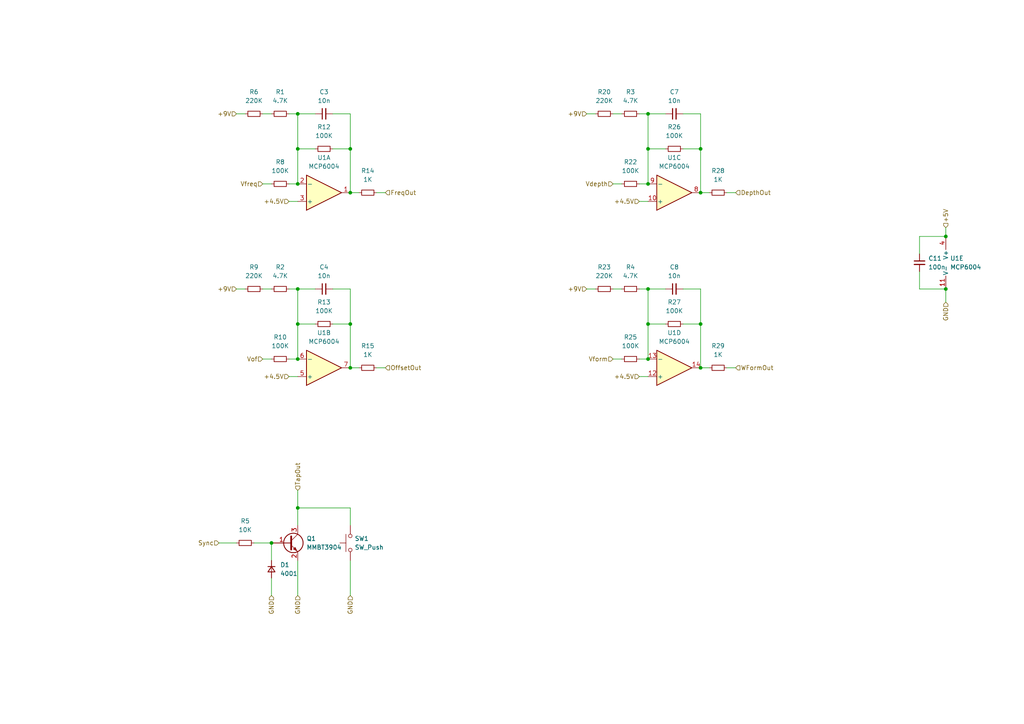
<source format=kicad_sch>
(kicad_sch (version 20211123) (generator eeschema)
  (paper "A4")
  (lib_symbols
    (symbol "Amplifier_Operational:MCP6004" (pin_names (offset 0.127))
      (property "Reference" "U" (at 0 5.08 0))
      (property "Value" "MCP6004" (at 0 -5.08 0))
      (symbol "MCP6004_1_1"
        (polyline (pts (xy -5.08 5.08) (xy 5.08 0) (xy -5.08 -5.08) (xy -5.08 5.08)) (stroke (width 0.254)) (fill (type background)))
        (pin output line (at 7.62 0 180) (length 2.54) (name "~") (number "1"))
        (pin input line (at -7.62 -2.54 0) (length 2.54) (name "-") (number "2"))
        (pin input line (at -7.62 2.54 0) (length 2.54) (name "+") (number "3"))
      )
      (symbol "MCP6004_2_1"
        (polyline (pts (xy -5.08 5.08) (xy 5.08 0) (xy -5.08 -5.08) (xy -5.08 5.08)) (stroke (width 0.254)) (fill (type background)))
        (pin input line (at -7.62 2.54 0) (length 2.54) (name "+") (number "5"))
        (pin input line (at -7.62 -2.54 0) (length 2.54) (name "-") (number "6"))
        (pin output line (at 7.62 0 180) (length 2.54) (name "~") (number "7"))
      )
      (symbol "MCP6004_3_1"
        (polyline (pts (xy -5.08 5.08) (xy 5.08 0) (xy -5.08 -5.08) (xy -5.08 5.08)) (stroke (width 0.254)) (fill (type background)))
        (pin input line (at -7.62 2.54 0) (length 2.54) (name "+") (number "10"))
        (pin output line (at 7.62 0 180) (length 2.54) (name "~") (number "8"))
        (pin input line (at -7.62 -2.54 0) (length 2.54) (name "-") (number "9"))
      )
      (symbol "MCP6004_4_1"
        (polyline (pts (xy -5.08 5.08) (xy 5.08 0) (xy -5.08 -5.08) (xy -5.08 5.08)) (stroke (width 0.254)) (fill (type background)))
        (pin input line (at -7.62 2.54 0) (length 2.54) (name "+") (number "12"))
        (pin input line (at -7.62 -2.54 0) (length 2.54) (name "-") (number "13"))
        (pin output line (at 7.62 0 180) (length 2.54) (name "~") (number "14"))
      )
      (symbol "MCP6004_5_1"
        (pin power_in line (at -2.54 -7.62 90) (length 3.81) (name "V-") (number "11"))
        (pin power_in line (at -2.54 7.62 270) (length 3.81) (name "V+") (number "4"))
      )
    )
    (symbol "Device:C_Small" (pin_numbers hide) (pin_names (offset 0.254) hide)
      (property "Reference" "C" (at 0.254 1.778 0))
      (property "Value" "C_Small" (at 0.254 -2.032 0))
      (symbol "C_Small_0_1"
        (polyline (pts (xy -1.524 -0.508) (xy 1.524 -0.508)) (stroke (width 0.3302)))
        (polyline (pts (xy -1.524 0.508) (xy 1.524 0.508)) (stroke (width 0.3048)))
      )
      (symbol "C_Small_1_1"
        (pin passive line (at 0 2.54 270) (length 2.032) (name "~") (number "1"))
        (pin passive line (at 0 -2.54 90) (length 2.032) (name "~") (number "2"))
      )
    )
    (symbol "Device:D_Small" (pin_numbers hide) (pin_names (offset 0.254) hide)
      (property "Reference" "D" (at -1.27 2.032 0))
      (property "Value" "D_Small" (at -3.81 -2.032 0))
      (symbol "D_Small_0_1"
        (polyline (pts (xy -0.762 -1.016) (xy -0.762 1.016)) (stroke (width 0.254)))
        (polyline (pts (xy -0.762 0) (xy 0.762 0)))
        (polyline (pts (xy 0.762 -1.016) (xy -0.762 0) (xy 0.762 1.016) (xy 0.762 -1.016)) (stroke (width 0.254)))
      )
      (symbol "D_Small_1_1"
        (pin passive line (at -2.54 0 0) (length 1.778) (name "K") (number "1"))
        (pin passive line (at 2.54 0 180) (length 1.778) (name "A") (number "2"))
      )
    )
    (symbol "Device:R_Small" (pin_numbers hide) (pin_names (offset 0.254) hide)
      (property "Reference" "R" (at 0.762 0.508 0))
      (property "Value" "R_Small" (at 0.762 -1.016 0))
      (symbol "R_Small_0_1"
        (rectangle (start -0.762 1.778) (end 0.762 -1.778) (stroke (width 0.2032)))
      )
      (symbol "R_Small_1_1"
        (pin passive line (at 0 2.54 270) (length 0.762) (name "~") (number "1"))
        (pin passive line (at 0 -2.54 90) (length 0.762) (name "~") (number "2"))
      )
    )
    (symbol "Switch:SW_Push" (pin_numbers hide) (pin_names (offset 1.016) hide)
      (property "Reference" "SW" (at 1.27 2.54 0))
      (property "Value" "SW_Push" (at 0 -1.524 0))
      (symbol "SW_Push_0_1"
        (circle (center -2.032 0) (radius 0.508))
        (polyline (pts (xy 0 1.27) (xy 0 3.048)))
        (polyline (pts (xy 2.54 1.27) (xy -2.54 1.27)))
        (circle (center 2.032 0) (radius 0.508))
        (pin passive line (at -5.08 0 0) (length 2.54) (name "1") (number "1"))
        (pin passive line (at 5.08 0 180) (length 2.54) (name "2") (number "2"))
      )
    )
    (symbol "Transistor_BJT:MMBT3904" (pin_names (offset 0) hide)
      (property "Reference" "Q" (at 5.08 1.905 0))
      (property "Value" "MMBT3904" (at 5.08 0 0))
      (symbol "MMBT3904_0_1"
        (polyline (pts (xy 0.635 0.635) (xy 2.54 2.54)))
        (polyline (pts (xy 0.635 -0.635) (xy 2.54 -2.54) (xy 2.54 -2.54)))
        (polyline (pts (xy 0.635 1.905) (xy 0.635 -1.905) (xy 0.635 -1.905)) (stroke (width 0.508)))
        (polyline (pts (xy 1.27 -1.778) (xy 1.778 -1.27) (xy 2.286 -2.286) (xy 1.27 -1.778) (xy 1.27 -1.778)) (fill (type outline)))
        (circle (center 1.27 0) (radius 2.8194) (stroke (width 0.254)))
      )
      (symbol "MMBT3904_1_1"
        (pin input line (at -5.08 0 0) (length 5.715) (name "B") (number "1"))
        (pin passive line (at 2.54 -5.08 90) (length 2.54) (name "E") (number "2"))
        (pin passive line (at 2.54 5.08 270) (length 2.54) (name "C") (number "3"))
      )
    )
  )
  (junction (at 101.6 93.98))
  (junction (at 101.6 55.88))
  (junction (at 101.6 43.18))
  (junction (at 86.36 93.98))
  (junction (at 86.36 147.32))
  (junction (at 86.36 104.14))
  (junction (at 86.36 53.34))
  (junction (at 101.6 106.68))
  (junction (at 78.74 157.48))
  (junction (at 187.96 83.82))
  (junction (at 203.2 43.18))
  (junction (at 274.32 68.58))
  (junction (at 203.2 106.68))
  (junction (at 274.32 83.82))
  (junction (at 86.36 43.18))
  (junction (at 203.2 93.98))
  (junction (at 187.96 104.14))
  (junction (at 187.96 33.02))
  (junction (at 187.96 43.18))
  (junction (at 86.36 33.02))
  (junction (at 187.96 53.34))
  (junction (at 187.96 93.98))
  (junction (at 203.2 55.88))
  (junction (at 86.36 83.82))
  (wire (pts (xy 86.36 83.82) (xy 91.44 83.82)))
  (wire (pts (xy 187.96 83.82) (xy 193.04 83.82)))
  (wire (pts (xy 86.36 43.18) (xy 91.44 43.18)))
  (wire (pts (xy 86.36 147.32) (xy 86.36 152.4)))
  (wire (pts (xy 83.82 109.22) (xy 86.36 109.22)))
  (wire (pts (xy 76.2 83.82) (xy 78.74 83.82)))
  (wire (pts (xy 86.36 83.82) (xy 86.36 93.98)))
  (wire (pts (xy 203.2 55.88) (xy 205.74 55.88)))
  (wire (pts (xy 187.96 93.98) (xy 187.96 104.14)))
  (wire (pts (xy 210.82 106.68) (xy 213.36 106.68)))
  (wire (pts (xy 78.74 167.64) (xy 78.74 172.72)))
  (wire (pts (xy 86.36 93.98) (xy 86.36 104.14)))
  (wire (pts (xy 274.32 83.82) (xy 274.32 87.63)))
  (wire (pts (xy 266.7 68.58) (xy 274.32 68.58)))
  (wire (pts (xy 177.8 33.02) (xy 180.34 33.02)))
  (wire (pts (xy 83.82 58.42) (xy 86.36 58.42)))
  (wire (pts (xy 96.52 83.82) (xy 101.6 83.82)))
  (wire (pts (xy 187.96 43.18) (xy 193.04 43.18)))
  (wire (pts (xy 274.32 66.04) (xy 274.32 68.58)))
  (wire (pts (xy 76.2 33.02) (xy 78.74 33.02)))
  (wire (pts (xy 83.82 33.02) (xy 86.36 33.02)))
  (wire (pts (xy 73.66 157.48) (xy 78.74 157.48)))
  (wire (pts (xy 109.22 55.88) (xy 111.76 55.88)))
  (wire (pts (xy 203.2 106.68) (xy 205.74 106.68)))
  (wire (pts (xy 83.82 53.34) (xy 86.36 53.34)))
  (wire (pts (xy 101.6 93.98) (xy 101.6 106.68)))
  (wire (pts (xy 101.6 33.02) (xy 101.6 43.18)))
  (wire (pts (xy 78.74 157.48) (xy 78.74 162.56)))
  (wire (pts (xy 266.7 78.74) (xy 266.7 83.82)))
  (wire (pts (xy 177.8 83.82) (xy 180.34 83.82)))
  (wire (pts (xy 187.96 93.98) (xy 193.04 93.98)))
  (wire (pts (xy 187.96 33.02) (xy 193.04 33.02)))
  (wire (pts (xy 101.6 83.82) (xy 101.6 93.98)))
  (wire (pts (xy 86.36 162.56) (xy 86.36 172.72)))
  (wire (pts (xy 101.6 152.4) (xy 101.6 147.32)))
  (wire (pts (xy 198.12 83.82) (xy 203.2 83.82)))
  (wire (pts (xy 198.12 33.02) (xy 203.2 33.02)))
  (wire (pts (xy 86.36 43.18) (xy 86.36 53.34)))
  (wire (pts (xy 185.42 33.02) (xy 187.96 33.02)))
  (wire (pts (xy 76.2 104.14) (xy 78.74 104.14)))
  (wire (pts (xy 101.6 55.88) (xy 104.14 55.88)))
  (wire (pts (xy 203.2 83.82) (xy 203.2 93.98)))
  (wire (pts (xy 177.8 53.34) (xy 180.34 53.34)))
  (wire (pts (xy 185.42 83.82) (xy 187.96 83.82)))
  (wire (pts (xy 109.22 106.68) (xy 111.76 106.68)))
  (wire (pts (xy 86.36 93.98) (xy 91.44 93.98)))
  (wire (pts (xy 68.58 33.02) (xy 71.12 33.02)))
  (wire (pts (xy 187.96 33.02) (xy 187.96 43.18)))
  (wire (pts (xy 86.36 33.02) (xy 91.44 33.02)))
  (wire (pts (xy 203.2 93.98) (xy 203.2 106.68)))
  (wire (pts (xy 101.6 43.18) (xy 101.6 55.88)))
  (wire (pts (xy 187.96 43.18) (xy 187.96 53.34)))
  (wire (pts (xy 170.18 33.02) (xy 172.72 33.02)))
  (wire (pts (xy 96.52 43.18) (xy 101.6 43.18)))
  (wire (pts (xy 170.18 83.82) (xy 172.72 83.82)))
  (wire (pts (xy 203.2 43.18) (xy 203.2 55.88)))
  (wire (pts (xy 177.8 104.14) (xy 180.34 104.14)))
  (wire (pts (xy 83.82 83.82) (xy 86.36 83.82)))
  (wire (pts (xy 185.42 58.42) (xy 187.96 58.42)))
  (wire (pts (xy 96.52 33.02) (xy 101.6 33.02)))
  (wire (pts (xy 185.42 109.22) (xy 187.96 109.22)))
  (wire (pts (xy 210.82 55.88) (xy 213.36 55.88)))
  (wire (pts (xy 266.7 68.58) (xy 266.7 73.66)))
  (wire (pts (xy 86.36 147.32) (xy 101.6 147.32)))
  (wire (pts (xy 96.52 93.98) (xy 101.6 93.98)))
  (wire (pts (xy 83.82 104.14) (xy 86.36 104.14)))
  (wire (pts (xy 185.42 104.14) (xy 187.96 104.14)))
  (wire (pts (xy 86.36 142.24) (xy 86.36 147.32)))
  (wire (pts (xy 203.2 33.02) (xy 203.2 43.18)))
  (wire (pts (xy 198.12 93.98) (xy 203.2 93.98)))
  (wire (pts (xy 185.42 53.34) (xy 187.96 53.34)))
  (wire (pts (xy 68.58 83.82) (xy 71.12 83.82)))
  (wire (pts (xy 63.5 157.48) (xy 68.58 157.48)))
  (wire (pts (xy 101.6 162.56) (xy 101.6 172.72)))
  (wire (pts (xy 198.12 43.18) (xy 203.2 43.18)))
  (wire (pts (xy 76.2 53.34) (xy 78.74 53.34)))
  (wire (pts (xy 86.36 33.02) (xy 86.36 43.18)))
  (wire (pts (xy 187.96 83.82) (xy 187.96 93.98)))
  (wire (pts (xy 266.7 83.82) (xy 274.32 83.82)))
  (wire (pts (xy 101.6 106.68) (xy 104.14 106.68)))
  (hierarchical_label "FreqOut" (shape input) (at 111.76 55.88 0))
  (hierarchical_label "TapOut" (shape input) (at 86.36 142.24 90))
  (hierarchical_label "Sync" (shape input) (at 63.5 157.48 180))
  (hierarchical_label "Vform" (shape input) (at 177.8 104.14 180))
  (hierarchical_label "+4.5V" (shape input) (at 83.82 109.22 180))
  (hierarchical_label "+9V" (shape input) (at 170.18 83.82 180))
  (hierarchical_label "+4.5V" (shape input) (at 83.82 58.42 180))
  (hierarchical_label "OffsetOut" (shape input) (at 111.76 106.68 0))
  (hierarchical_label "+9V" (shape input) (at 68.58 33.02 180))
  (hierarchical_label "+9V" (shape input) (at 170.18 33.02 180))
  (hierarchical_label "GND" (shape input) (at 86.36 172.72 270))
  (hierarchical_label "+9V" (shape input) (at 68.58 83.82 180))
  (hierarchical_label "WFormOut" (shape input) (at 213.36 106.68 0))
  (hierarchical_label "DepthOut" (shape input) (at 213.36 55.88 0))
  (hierarchical_label "+4.5V" (shape input) (at 185.42 109.22 180))
  (hierarchical_label "Vdepth" (shape input) (at 177.8 53.34 180))
  (hierarchical_label "+4.5V" (shape input) (at 185.42 58.42 180))
  (hierarchical_label "Vfreq" (shape input) (at 76.2 53.34 180))
  (hierarchical_label "GND" (shape input) (at 101.6 172.72 270))
  (hierarchical_label "Vof" (shape input) (at 76.2 104.14 180))
  (hierarchical_label "GND" (shape input) (at 274.32 87.63 270))
  (hierarchical_label "GND" (shape input) (at 78.74 172.72 270))
  (hierarchical_label "+5V" (shape input) (at 274.32 66.04 90))
  (symbol (lib_id "Device:R_Small") (at 208.28 106.68 90) (unit 1)
    (property "Reference" "R29" (at 208.28 100.33 90))
    (property "Value" "1K" (at 208.28 102.87 90))
    (property "Footprint" "Resistor_SMD:R_0603_1608Metric_Pad0.98x0.95mm_HandSolder" (effects hide))
  )
  (symbol (lib_id "Device:R_Small") (at 182.88 104.14 90) (unit 1)
    (property "Reference" "R25" (at 182.88 97.79 90))
    (property "Value" "100K" (at 182.88 100.33 90))
    (property "Footprint" "Resistor_SMD:R_0603_1608Metric_Pad0.98x0.95mm_HandSolder" (effects hide))
  )
  (symbol (lib_id "Device:R_Small") (at 93.98 93.98 90) (unit 1)
    (property "Reference" "R13" (at 93.98 87.63 90))
    (property "Value" "100K" (at 93.98 90.17 90))
    (property "Footprint" "Resistor_SMD:R_0603_1608Metric_Pad0.98x0.95mm_HandSolder" (effects hide))
  )
  (symbol (lib_id "Device:R_Small") (at 81.28 33.02 90) (unit 1)
    (property "Reference" "R1" (at 81.28 26.67 90))
    (property "Value" "4.7K" (at 81.28 29.21 90))
    (property "Footprint" "Resistor_SMD:R_0603_1608Metric_Pad0.98x0.95mm_HandSolder" (effects hide))
  )
  (symbol (lib_id "Device:R_Small") (at 106.68 106.68 90) (unit 1)
    (property "Reference" "R15" (at 106.68 100.33 90))
    (property "Value" "1K" (at 106.68 102.87 90))
    (property "Footprint" "Resistor_SMD:R_0603_1608Metric_Pad0.98x0.95mm_HandSolder" (effects hide))
  )
  (symbol (lib_id "Device:R_Small") (at 182.88 83.82 90) (unit 1)
    (property "Reference" "R4" (at 182.88 77.47 90))
    (property "Value" "4.7K" (at 182.88 80.01 90))
    (property "Footprint" "Resistor_SMD:R_0603_1608Metric_Pad0.98x0.95mm_HandSolder" (effects hide))
  )
  (symbol (lib_id "Device:R_Small") (at 195.58 43.18 90) (unit 1)
    (property "Reference" "R26" (at 195.58 36.83 90))
    (property "Value" "100K" (at 195.58 39.37 90))
    (property "Footprint" "Resistor_SMD:R_0603_1608Metric_Pad0.98x0.95mm_HandSolder" (effects hide))
  )
  (symbol (lib_id "Device:R_Small") (at 195.58 93.98 90) (unit 1)
    (property "Reference" "R27" (at 195.58 87.63 90))
    (property "Value" "100K" (at 195.58 90.17 90))
    (property "Footprint" "Resistor_SMD:R_0603_1608Metric_Pad0.98x0.95mm_HandSolder" (effects hide))
  )
  (symbol (lib_id "Device:D_Small") (at 78.74 165.1 270) (unit 1)
    (property "Reference" "D1" (at 81.28 163.8299 90) (effects (justify left)))
    (property "Value" "4001" (at 81.28 166.3699 90) (effects (justify left)))
    (property "Footprint" "Diode_SMD:D_SMA_Handsoldering" (effects hide))
  )
  (symbol (lib_id "Amplifier_Operational:MCP6004") (at 93.98 106.68 0) (mirror x) (unit 2)
    (property "Reference" "U1" (at 93.98 96.52 0))
    (property "Value" "MCP6004" (at 93.98 99.06 0))
    (property "Datasheet" "http://ww1.microchip.com/downloads/en/DeviceDoc/21733j.pdf" (effects hide))
  )
  (symbol (lib_id "Device:R_Small") (at 175.26 83.82 90) (unit 1)
    (property "Reference" "R23" (at 175.26 77.47 90))
    (property "Value" "220K" (at 175.26 80.01 90))
    (property "Footprint" "Resistor_SMD:R_0603_1608Metric_Pad0.98x0.95mm_HandSolder" (effects hide))
  )
  (symbol (lib_id "Device:C_Small") (at 93.98 33.02 90) (unit 1)
    (property "Reference" "C3" (at 93.9863 26.67 90))
    (property "Value" "10n" (at 93.9863 29.21 90))
    (property "Footprint" "Capacitor_SMD:C_0603_1608Metric_Pad1.08x0.95mm_HandSolder" (effects hide))
  )
  (symbol (lib_id "Device:R_Small") (at 208.28 55.88 90) (unit 1)
    (property "Reference" "R28" (at 208.28 49.53 90))
    (property "Value" "1K" (at 208.28 52.07 90))
    (property "Footprint" "Resistor_SMD:R_0603_1608Metric_Pad0.98x0.95mm_HandSolder" (effects hide))
  )
  (symbol (lib_id "Device:R_Small") (at 81.28 53.34 90) (unit 1)
    (property "Reference" "R8" (at 81.28 46.99 90))
    (property "Value" "100K" (at 81.28 49.53 90))
    (property "Footprint" "Resistor_SMD:R_0603_1608Metric_Pad0.98x0.95mm_HandSolder" (effects hide))
  )
  (symbol (lib_id "Device:R_Small") (at 93.98 43.18 90) (unit 1)
    (property "Reference" "R12" (at 93.98 36.83 90))
    (property "Value" "100K" (at 93.98 39.37 90))
    (property "Footprint" "Resistor_SMD:R_0603_1608Metric_Pad0.98x0.95mm_HandSolder" (effects hide))
  )
  (symbol (lib_id "Device:R_Small") (at 71.12 157.48 90) (unit 1)
    (property "Reference" "R5" (at 71.12 151.13 90))
    (property "Value" "10K" (at 71.12 153.67 90))
    (property "Footprint" "Resistor_SMD:R_0603_1608Metric_Pad0.98x0.95mm_HandSolder" (effects hide))
  )
  (symbol (lib_id "Amplifier_Operational:MCP6004") (at 195.58 106.68 0) (mirror x) (unit 4)
    (property "Reference" "U1" (at 195.58 96.52 0))
    (property "Value" "MCP6004" (at 195.58 99.06 0))
    (property "Datasheet" "http://ww1.microchip.com/downloads/en/DeviceDoc/21733j.pdf" (effects hide))
  )
  (symbol (lib_id "Device:R_Small") (at 73.66 83.82 90) (unit 1)
    (property "Reference" "R9" (at 73.66 77.47 90))
    (property "Value" "220K" (at 73.66 80.01 90))
    (property "Footprint" "Resistor_SMD:R_0603_1608Metric_Pad0.98x0.95mm_HandSolder" (effects hide))
  )
  (symbol (lib_id "Device:R_Small") (at 81.28 83.82 90) (unit 1)
    (property "Reference" "R2" (at 81.28 77.47 90))
    (property "Value" "4.7K" (at 81.28 80.01 90))
    (property "Footprint" "Resistor_SMD:R_0603_1608Metric_Pad0.98x0.95mm_HandSolder" (effects hide))
  )
  (symbol (lib_id "Amplifier_Operational:MCP6004") (at 93.98 55.88 0) (mirror x) (unit 1)
    (property "Reference" "U1" (at 93.98 45.72 0))
    (property "Value" "MCP6004" (at 93.98 48.26 0))
    (property "Datasheet" "http://ww1.microchip.com/downloads/en/DeviceDoc/21733j.pdf" (effects hide))
  )
  (symbol (lib_id "Device:R_Small") (at 182.88 53.34 90) (unit 1)
    (property "Reference" "R22" (at 182.88 46.99 90))
    (property "Value" "100K" (at 182.88 49.53 90))
    (property "Footprint" "Resistor_SMD:R_0603_1608Metric_Pad0.98x0.95mm_HandSolder" (effects hide))
  )
  (symbol (lib_id "Device:C_Small") (at 195.58 83.82 90) (unit 1)
    (property "Reference" "C8" (at 195.5863 77.47 90))
    (property "Value" "10n" (at 195.5863 80.01 90))
    (property "Footprint" "Capacitor_SMD:C_0603_1608Metric_Pad1.08x0.95mm_HandSolder" (effects hide))
  )
  (symbol (lib_id "Device:C_Small") (at 266.7 76.2 0) (unit 1)
    (property "Reference" "C11" (at 269.24 74.9362 0) (effects (justify left)))
    (property "Value" "100n" (at 269.24 77.4762 0) (effects (justify left)))
    (property "Footprint" "Capacitor_SMD:C_0603_1608Metric_Pad1.08x0.95mm_HandSolder" (effects hide))
  )
  (symbol (lib_id "Device:R_Small") (at 73.66 33.02 90) (unit 1)
    (property "Reference" "R6" (at 73.66 26.67 90))
    (property "Value" "220K" (at 73.66 29.21 90))
    (property "Footprint" "Resistor_SMD:R_0603_1608Metric_Pad0.98x0.95mm_HandSolder" (effects hide))
  )
  (symbol (lib_id "Amplifier_Operational:MCP6004") (at 276.86 76.2 0) (unit 5)
    (property "Reference" "U1" (at 275.59 74.9299 0) (effects (justify left)))
    (property "Value" "MCP6004" (at 275.59 77.4699 0) (effects (justify left)))
    (property "Datasheet" "http://ww1.microchip.com/downloads/en/DeviceDoc/21733j.pdf" (effects hide))
  )
  (symbol (lib_id "Transistor_BJT:MMBT3904") (at 83.82 157.48 0) (unit 1)
    (property "Reference" "Q1" (at 88.9 156.2099 0) (effects (justify left)))
    (property "Value" "MMBT3904" (at 88.9 158.7499 0) (effects (justify left)))
    (property "Footprint" "Package_TO_SOT_SMD:SOT-23" (effects hide))
    (property "Datasheet" "https://www.onsemi.com/pub/Collateral/2N3903-D.PDF" (effects hide))
  )
  (symbol (lib_id "Device:R_Small") (at 182.88 33.02 90) (unit 1)
    (property "Reference" "R3" (at 182.88 26.67 90))
    (property "Value" "4.7K" (at 182.88 29.21 90))
    (property "Footprint" "Resistor_SMD:R_0603_1608Metric_Pad0.98x0.95mm_HandSolder" (effects hide))
  )
  (symbol (lib_id "Device:R_Small") (at 175.26 33.02 90) (unit 1)
    (property "Reference" "R20" (at 175.26 26.67 90))
    (property "Value" "220K" (at 175.26 29.21 90))
    (property "Footprint" "Resistor_SMD:R_0603_1608Metric_Pad0.98x0.95mm_HandSolder" (effects hide))
  )
  (symbol (lib_id "Device:C_Small") (at 93.98 83.82 90) (unit 1)
    (property "Reference" "C4" (at 93.9863 77.47 90))
    (property "Value" "10n" (at 93.9863 80.01 90))
    (property "Footprint" "Capacitor_SMD:C_0603_1608Metric_Pad1.08x0.95mm_HandSolder" (effects hide))
  )
  (symbol (lib_id "Switch:SW_Push") (at 101.6 157.48 90) (unit 1)
    (property "Reference" "SW1" (at 102.87 156.2099 90) (effects (justify right)))
    (property "Value" "SW_Push" (at 102.87 158.7499 90) (effects (justify right)))
    (property "Footprint" "Button_Switch_SMD:SW_Push_SPST_NO_Alps_SKRK" (effects hide))
    (property "LCSC" "C455280" (effects hide))
  )
  (symbol (lib_id "Amplifier_Operational:MCP6004") (at 195.58 55.88 0) (mirror x) (unit 3)
    (property "Reference" "U1" (at 195.58 45.72 0))
    (property "Value" "MCP6004" (at 195.58 48.26 0))
    (property "Footprint" "Package_SO:SOIC-14_3.9x8.7mm_P1.27mm" (effects hide))
    (property "Datasheet" "http://ww1.microchip.com/downloads/en/DeviceDoc/21733j.pdf" (effects hide))
  )
  (symbol (lib_id "Device:C_Small") (at 195.58 33.02 90) (unit 1)
    (property "Reference" "C7" (at 195.5863 26.67 90))
    (property "Value" "10n" (at 195.5863 29.21 90))
    (property "Footprint" "Capacitor_SMD:C_0603_1608Metric_Pad1.08x0.95mm_HandSolder" (effects hide))
  )
  (symbol (lib_id "Device:R_Small") (at 106.68 55.88 90) (unit 1)
    (property "Reference" "R14" (at 106.68 49.53 90))
    (property "Value" "1K" (at 106.68 52.07 90))
    (property "Footprint" "Resistor_SMD:R_0603_1608Metric_Pad0.98x0.95mm_HandSolder" (effects hide))
  )
  (symbol (lib_id "Device:R_Small") (at 81.28 104.14 90) (unit 1)
    (property "Reference" "R10" (at 81.28 97.79 90))
    (property "Value" "100K" (at 81.28 100.33 90))
    (property "Footprint" "Resistor_SMD:R_0603_1608Metric_Pad0.98x0.95mm_HandSolder" (effects hide))
  )
)
</source>
